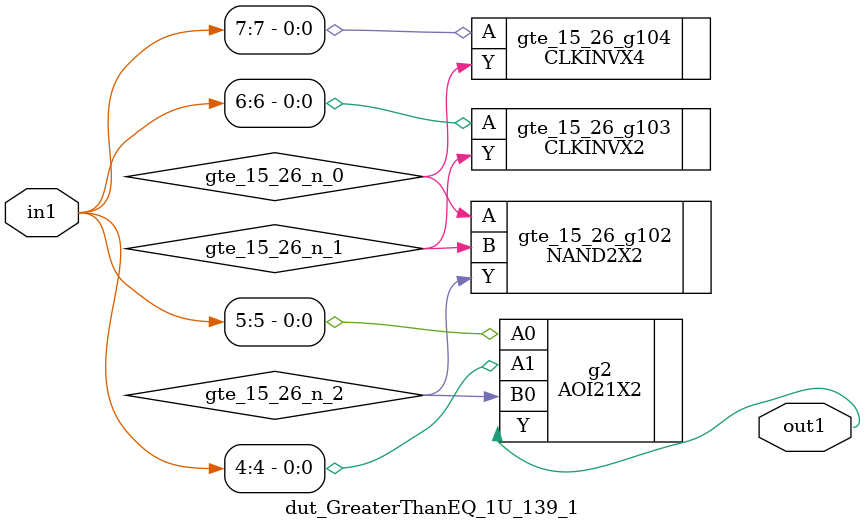
<source format=v>
`timescale 1ps / 1ps


module dut_GreaterThanEQ_1U_139_1(in1, out1);
  input [7:0] in1;
  output out1;
  wire [7:0] in1;
  wire out1;
  wire gte_15_26_n_0, gte_15_26_n_1, gte_15_26_n_2;
  NAND2X2 gte_15_26_g102(.A (gte_15_26_n_0), .B (gte_15_26_n_1), .Y
       (gte_15_26_n_2));
  CLKINVX2 gte_15_26_g103(.A (in1[6]), .Y (gte_15_26_n_1));
  CLKINVX4 gte_15_26_g104(.A (in1[7]), .Y (gte_15_26_n_0));
  AOI21X2 g2(.A0 (in1[5]), .A1 (in1[4]), .B0 (gte_15_26_n_2), .Y
       (out1));
endmodule



</source>
